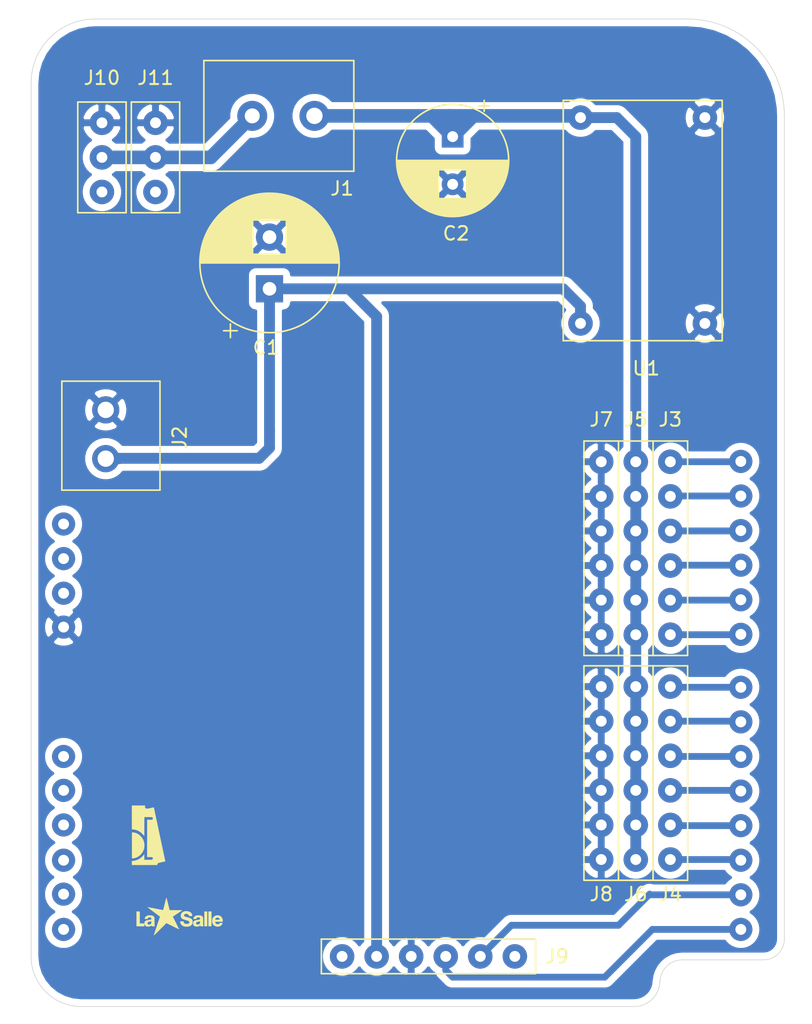
<source format=kicad_pcb>
(kicad_pcb (version 20171130) (host pcbnew "(5.1.5)-3")
  (layers (0 F.Cu signal) (31 B.Cu signal) (34 B.Paste user) (35 F.Paste user) (36 B.SilkS user) (37 F.SilkS user) (38 B.Mask user) (39 F.Mask user) (44 Edge.Cuts user))
  (net 0 "")
  (net 1 GND)
  (net 2 ALIM)
  (net 3 5V)
  (net 4 "Net-(J9-Pad6)")
  (net 5 "Net-(J9-Pad1)")
  (net 6 "Net-(F1-Pad24)")
  (net 7 "Net-(F1-Pad23)")
  (net 8 "Net-(F1-Pad22)")
  (net 9 "Net-(F1-Pad21)")
  (net 10 "Net-(F1-Pad20)")
  (net 11 "Net-(F1-Pad19)")
  (net 12 "Net-(F1-Pad18)")
  (net 13 "Net-(F1-Pad17)")
  (net 14 "Net-(F1-Pad16)")
  (net 15 "Net-(F1-Pad15)")
  (net 16 "Net-(F1-Pad14)")
  (net 17 "Net-(F1-Pad13)")
  (net 18 "Net-(F1-Pad12)")
  (net 19 "Net-(F1-Pad10)")
  (net 20 "Net-(F1-Pad9)")
  (net 21 "Net-(F1-Pad8)")
  (net 22 "Net-(F1-Pad6)")
  (net 23 "Net-(F1-Pad5)")
  (net 24 "Net-(F1-Pad4)")
  (net 25 "Net-(F1-Pad3)")
  (net 26 "Net-(F1-Pad2)")
  (net 27 "Net-(F1-Pad1)")
  (net 28 "Net-(F1-Pad11)")
  (net 29 "Net-(J1-Pad1)")
  (net 30 "Net-(J10-Pad3)")
  (net 31 "Net-(J11-Pad3)")
  (module Desktop:lsblogo (layer F.Cu) (at 106.172 97.663)
    (fp_text reference G*** hide)
    (fp_text value LOGO hide)
  )
  (module Desktop:LogoDB (layer F.Cu) (at 105.791 91.694)
    (fp_text reference G*** hide)
    (fp_text value LOGO hide)
  )
  (module FPGA:Shield (layer F.Cu) (at 96.52 33.02)
    (fp_text reference F1 hide)
    (fp_text value "Shield FPGA" hide)
    (pad 24 thru_hole circle (at 50.9016 31.2158) (size 1.7 1.7) (drill 0.8) (layers *.Cu *.Mask) (net 6 "Net-(F1-Pad24)"))
    (pad 23 thru_hole circle (at 50.9016 33.7558) (size 1.7 1.7) (drill 0.8) (layers *.Cu *.Mask) (net 7 "Net-(F1-Pad23)"))
    (pad 22 thru_hole circle (at 50.9016 36.2966) (size 1.7 1.7) (drill 0.8) (layers *.Cu *.Mask) (net 8 "Net-(F1-Pad22)"))
    (pad 21 thru_hole circle (at 50.9016 38.8366) (size 1.7 1.7) (drill 0.8) (layers *.Cu *.Mask) (net 9 "Net-(F1-Pad21)"))
    (pad 20 thru_hole circle (at 50.9016 41.3766) (size 1.7 1.7) (drill 0.8) (layers *.Cu *.Mask) (net 10 "Net-(F1-Pad20)"))
    (pad 19 thru_hole circle (at 50.9016 43.9158) (size 1.7 1.7) (drill 0.8) (layers *.Cu *.Mask) (net 11 "Net-(F1-Pad19)"))
    (pad 18 thru_hole circle (at 50.9016 47.8028) (size 1.7 1.7) (drill 0.8) (layers *.Cu *.Mask) (net 12 "Net-(F1-Pad18)"))
    (pad 17 thru_hole circle (at 50.9016 50.3428) (size 1.7 1.7) (drill 0.8) (layers *.Cu *.Mask) (net 13 "Net-(F1-Pad17)"))
    (pad 16 thru_hole circle (at 50.9016 52.8828) (size 1.7 1.7) (drill 0.8) (layers *.Cu *.Mask) (net 14 "Net-(F1-Pad16)"))
    (pad 15 thru_hole circle (at 50.9016 55.4228) (size 1.7 1.7) (drill 0.8) (layers *.Cu *.Mask) (net 15 "Net-(F1-Pad15)"))
    (pad 14 thru_hole circle (at 50.9016 57.9628) (size 1.7 1.7) (drill 0.8) (layers *.Cu *.Mask) (net 16 "Net-(F1-Pad14)"))
    (pad 13 thru_hole circle (at 50.9016 60.5028) (size 1.7 1.7) (drill 0.8) (layers *.Cu *.Mask) (net 17 "Net-(F1-Pad13)"))
    (pad 12 thru_hole circle (at 50.9016 63.0428) (size 1.7 1.7) (drill 0.8) (layers *.Cu *.Mask) (net 18 "Net-(F1-Pad12)"))
    (pad 11 thru_hole circle (at 50.9016 65.5828) (size 1.7 1.7) (drill 0.8) (layers *.Cu *.Mask) (net 28 "Net-(F1-Pad11)"))
    (pad 10 thru_hole circle (at 1.1176 35.814) (size 1.7 1.7) (drill 0.8) (layers *.Cu *.Mask) (net 19 "Net-(F1-Pad10)"))
    (pad 9 thru_hole circle (at 1.1176 38.354) (size 1.7 1.7) (drill 0.8) (layers *.Cu *.Mask) (net 20 "Net-(F1-Pad9)"))
    (pad 8 thru_hole circle (at 1.1176 40.894) (size 1.7 1.7) (drill 0.8) (layers *.Cu *.Mask) (net 21 "Net-(F1-Pad8)"))
    (pad 7 thru_hole circle (at 1.1176 43.3832) (size 1.7 1.7) (drill 0.8) (layers *.Cu *.Mask) (net 1 GND))
    (pad 6 thru_hole circle (at 1.1176 52.8828) (size 1.7 1.7) (drill 0.8) (layers *.Cu *.Mask) (net 22 "Net-(F1-Pad6)"))
    (pad 5 thru_hole circle (at 1.1176 55.372) (size 1.7 1.7) (drill 0.8) (layers *.Cu *.Mask) (net 23 "Net-(F1-Pad5)"))
    (pad 4 thru_hole circle (at 1.1176 57.912) (size 1.7 1.7) (drill 0.8) (layers *.Cu *.Mask) (net 24 "Net-(F1-Pad4)"))
    (pad 3 thru_hole circle (at 1.1176 60.5028) (size 1.7 1.7) (drill 0.8) (layers *.Cu *.Mask) (net 25 "Net-(F1-Pad3)"))
    (pad 2 thru_hole circle (at 1.1176 62.992) (size 1.7 1.7) (drill 0.8) (layers *.Cu *.Mask) (net 26 "Net-(F1-Pad2)"))
    (pad 1 thru_hole circle (at 1.1176 65.5828) (size 1.7 1.7) (drill 0.8) (layers *.Cu *.Mask) (net 27 "Net-(F1-Pad1)"))
  )
  (module FPGA:Header1x06 (layer F.Cu) (at 142.24 61.722)
    (fp_text reference J3 (at 0 -0.5588) (layer F.SilkS))
    (fp_text value ServoSignal)
    (pad 1 thru_hole oval (at 0 2.54) (size 1.8 1.8) (drill 0.8) (layers *.Cu *.Mask) (net 6 "Net-(F1-Pad24)"))
    (pad 2 thru_hole oval (at 0 5.08) (size 1.8 1.8) (drill 0.8) (layers *.Cu *.Mask) (net 7 "Net-(F1-Pad23)"))
    (pad 3 thru_hole oval (at 0 7.62) (size 1.8 1.8) (drill 0.8) (layers *.Cu *.Mask) (net 8 "Net-(F1-Pad22)"))
    (pad 4 thru_hole oval (at 0 10.16) (size 1.8 1.8) (drill 0.8) (layers *.Cu *.Mask) (net 9 "Net-(F1-Pad21)"))
    (pad 5 thru_hole oval (at 0 12.7) (size 1.8 1.8) (drill 0.8) (layers *.Cu *.Mask) (net 10 "Net-(F1-Pad20)"))
    (pad 6 thru_hole oval (at 0 15.24) (size 1.8 1.8) (drill 0.8) (layers *.Cu *.Mask) (net 11 "Net-(F1-Pad19)"))
  )
  (module Capacitor_THT:CP_Radial_D10.0mm_P3.80mm (layer F.Cu) (at 112.776 51.562 90)
    (fp_text reference C1 (at -4.318 -0.254 180) (layer F.SilkS))
    (fp_text value "1000uF 25V")
    (pad 2 thru_hole circle (at 3.8 0 90) (size 2 2) (drill 1) (layers *.Cu *.Mask) (net 1 GND))
    (pad 1 thru_hole rect (at 0 0 90) (size 2 2) (drill 1) (layers *.Cu *.Mask) (net 3 5V))
  )
  (module "FPGA:Bornero Interruptor" (layer F.Cu) (at 114.046 35.306)
    (fp_text reference J1 (at 4.064 8.89 180) (layer F.SilkS))
    (fp_text value BorneroInterruptor hide)
    (pad 2 thru_hole circle (at 2.032 3.556) (size 2.2 2.2) (drill 1.2) (layers *.Cu *.Mask) (net 2 ALIM))
    (pad 1 thru_hole circle (at -2.54 3.556) (size 2.2 2.2) (drill 1.1) (layers *.Cu *.Mask) (net 29 "Net-(J1-Pad1)"))
  )
  (module "FPGA:Bornero USB" (layer F.Cu) (at 95.25 62.23 90)
    (fp_text reference J2 (at -0.254 10.922 270) (layer F.SilkS))
    (fp_text value BorneroUSB hide)
    (pad 1 thru_hole circle (at -1.8034 5.4864 90) (size 2 2) (drill 1.2) (layers *.Cu *.Mask) (net 3 5V))
    (pad 2 thru_hole circle (at 1.778 5.4864 90) (size 2 2) (drill 1.2) (layers *.Cu *.Mask) (net 1 GND))
  )
  (module Capacitor_THT:CP_Radial_D8.0mm_P3.50mm (layer F.Cu) (at 126.238 40.386 270)
    (fp_text reference C2 (at 7.112 -0.254 180) (layer F.SilkS))
    (fp_text value "820uF 6.3V")
    (pad 2 thru_hole circle (at 3.5 0 270) (size 1.6 1.6) (drill 0.8) (layers *.Cu *.Mask) (net 1 GND))
    (pad 1 thru_hole rect (at 0 0 270) (size 1.6 1.6) (drill 0.8) (layers *.Cu *.Mask) (net 2 ALIM))
  )
  (module FPGA:Header1x03 (layer F.Cu) (at 100.457 36.83)
    (fp_text reference J10 (at 0 -0.762) (layer F.SilkS))
    (fp_text value BATT)
    (pad 1 thru_hole oval (at 0 2.54) (size 1.8 1.8) (drill 0.8) (layers *.Cu *.Mask) (net 1 GND))
    (pad 2 thru_hole oval (at 0 5.08) (size 1.8 1.8) (drill 0.8) (layers *.Cu *.Mask) (net 29 "Net-(J1-Pad1)"))
    (pad 3 thru_hole oval (at 0 7.62) (size 1.8 1.8) (drill 0.8) (layers *.Cu *.Mask) (net 30 "Net-(J10-Pad3)"))
  )
  (module FPGA:Header1x03 (layer F.Cu) (at 104.394 36.83)
    (fp_text reference J11 (at 0 -0.762) (layer F.SilkS))
    (fp_text value BATT)
    (pad 3 thru_hole oval (at 0 7.62) (size 1.8 1.8) (drill 0.8) (layers *.Cu *.Mask) (net 31 "Net-(J11-Pad3)"))
    (pad 2 thru_hole oval (at 0 5.08) (size 1.8 1.8) (drill 0.8) (layers *.Cu *.Mask) (net 29 "Net-(J1-Pad1)"))
    (pad 1 thru_hole oval (at 0 2.54) (size 1.8 1.8) (drill 0.8) (layers *.Cu *.Mask) (net 1 GND))
  )
  (module FPGA:BUCK (layer F.Cu) (at 140.462 37.592)
    (fp_text reference U1 (at 0 19.812) (layer F.SilkS))
    (fp_text value BUCK)
    (pad 4 thru_hole circle (at 4.318 16.51) (size 1.8 1.8) (drill 0.8) (layers *.Cu *.Mask) (net 1 GND))
    (pad 3 thru_hole circle (at -4.826 16.51) (size 1.8 1.8) (drill 0.8) (layers *.Cu *.Mask) (net 3 5V))
    (pad 1 thru_hole circle (at -4.826 1.397) (size 1.8 1.8) (drill 0.8) (layers *.Cu *.Mask) (net 2 ALIM))
    (pad 2 thru_hole circle (at 4.318 1.397) (size 1.8 1.8) (drill 0.8) (layers *.Cu *.Mask) (net 1 GND))
  )
  (module FPGA:Header1x06 (layer F.Cu) (at 142.24 78.232)
    (fp_text reference J4 (at 0 17.78) (layer F.SilkS))
    (fp_text value ServoSignal)
    (pad 6 thru_hole oval (at 0 15.24) (size 1.8 1.8) (drill 0.8) (layers *.Cu *.Mask) (net 17 "Net-(F1-Pad13)"))
    (pad 5 thru_hole oval (at 0 12.7) (size 1.8 1.8) (drill 0.8) (layers *.Cu *.Mask) (net 16 "Net-(F1-Pad14)"))
    (pad 4 thru_hole oval (at 0 10.16) (size 1.8 1.8) (drill 0.8) (layers *.Cu *.Mask) (net 15 "Net-(F1-Pad15)"))
    (pad 3 thru_hole oval (at 0 7.62) (size 1.8 1.8) (drill 0.8) (layers *.Cu *.Mask) (net 14 "Net-(F1-Pad16)"))
    (pad 2 thru_hole oval (at 0 5.08) (size 1.8 1.8) (drill 0.8) (layers *.Cu *.Mask) (net 13 "Net-(F1-Pad17)"))
    (pad 1 thru_hole oval (at 0 2.54) (size 1.8 1.8) (drill 0.8) (layers *.Cu *.Mask) (net 12 "Net-(F1-Pad18)"))
  )
  (module FPGA:Header1x06 (layer F.Cu) (at 139.7 61.722)
    (fp_text reference J5 (at 0 -0.5588) (layer F.SilkS))
    (fp_text value Servo+)
    (pad 6 thru_hole oval (at 0 15.24) (size 1.8 1.8) (drill 0.8) (layers *.Cu *.Mask) (net 2 ALIM))
    (pad 5 thru_hole oval (at 0 12.7) (size 1.8 1.8) (drill 0.8) (layers *.Cu *.Mask) (net 2 ALIM))
    (pad 4 thru_hole oval (at 0 10.16) (size 1.8 1.8) (drill 0.8) (layers *.Cu *.Mask) (net 2 ALIM))
    (pad 3 thru_hole oval (at 0 7.62) (size 1.8 1.8) (drill 0.8) (layers *.Cu *.Mask) (net 2 ALIM))
    (pad 2 thru_hole oval (at 0 5.08) (size 1.8 1.8) (drill 0.8) (layers *.Cu *.Mask) (net 2 ALIM))
    (pad 1 thru_hole oval (at 0 2.54) (size 1.8 1.8) (drill 0.8) (layers *.Cu *.Mask) (net 2 ALIM))
  )
  (module FPGA:Header1x06 (layer F.Cu) (at 139.7 78.232)
    (fp_text reference J6 (at 0 17.78) (layer F.SilkS))
    (fp_text value Servo+)
    (pad 1 thru_hole oval (at 0 2.54) (size 1.8 1.8) (drill 0.8) (layers *.Cu *.Mask) (net 2 ALIM))
    (pad 2 thru_hole oval (at 0 5.08) (size 1.8 1.8) (drill 0.8) (layers *.Cu *.Mask) (net 2 ALIM))
    (pad 3 thru_hole oval (at 0 7.62) (size 1.8 1.8) (drill 0.8) (layers *.Cu *.Mask) (net 2 ALIM))
    (pad 4 thru_hole oval (at 0 10.16) (size 1.8 1.8) (drill 0.8) (layers *.Cu *.Mask) (net 2 ALIM))
    (pad 5 thru_hole oval (at 0 12.7) (size 1.8 1.8) (drill 0.8) (layers *.Cu *.Mask) (net 2 ALIM))
    (pad 6 thru_hole oval (at 0 15.24) (size 1.8 1.8) (drill 0.8) (layers *.Cu *.Mask) (net 2 ALIM))
  )
  (module FPGA:Header1x06 (layer F.Cu) (at 137.16 61.722)
    (fp_text reference J7 (at 0 -0.5588) (layer F.SilkS))
    (fp_text value ServoGND)
    (pad 6 thru_hole oval (at 0 15.24) (size 1.8 1.8) (drill 0.8) (layers *.Cu *.Mask) (net 1 GND))
    (pad 5 thru_hole oval (at 0 12.7) (size 1.8 1.8) (drill 0.8) (layers *.Cu *.Mask) (net 1 GND))
    (pad 4 thru_hole oval (at 0 10.16) (size 1.8 1.8) (drill 0.8) (layers *.Cu *.Mask) (net 1 GND))
    (pad 3 thru_hole oval (at 0 7.62) (size 1.8 1.8) (drill 0.8) (layers *.Cu *.Mask) (net 1 GND))
    (pad 2 thru_hole oval (at 0 5.08) (size 1.8 1.8) (drill 0.8) (layers *.Cu *.Mask) (net 1 GND))
    (pad 1 thru_hole oval (at 0 2.54) (size 1.8 1.8) (drill 0.8) (layers *.Cu *.Mask) (net 1 GND))
  )
  (module FPGA:Header1x06 (layer F.Cu) (at 137.16 78.232)
    (fp_text reference J8 (at 0 17.78) (layer F.SilkS))
    (fp_text value ServoGND)
    (pad 1 thru_hole oval (at 0 2.54) (size 1.8 1.8) (drill 0.8) (layers *.Cu *.Mask) (net 1 GND))
    (pad 2 thru_hole oval (at 0 5.08) (size 1.8 1.8) (drill 0.8) (layers *.Cu *.Mask) (net 1 GND))
    (pad 3 thru_hole oval (at 0 7.62) (size 1.8 1.8) (drill 0.8) (layers *.Cu *.Mask) (net 1 GND))
    (pad 4 thru_hole oval (at 0 10.16) (size 1.8 1.8) (drill 0.8) (layers *.Cu *.Mask) (net 1 GND))
    (pad 5 thru_hole oval (at 0 12.7) (size 1.8 1.8) (drill 0.8) (layers *.Cu *.Mask) (net 1 GND))
    (pad 6 thru_hole oval (at 0 15.24) (size 1.8 1.8) (drill 0.8) (layers *.Cu *.Mask) (net 1 GND))
  )
  (module FPGA:Header1x06 (layer F.Cu) (at 133.35 100.584 270)
    (fp_text reference J9 (at 0 -0.5588 180) (layer F.SilkS))
    (fp_text value Bluetooth)
    (pad 1 thru_hole oval (at 0 2.54 270) (size 1.8 1.8) (drill 0.8) (layers *.Cu *.Mask) (net 5 "Net-(J9-Pad1)"))
    (pad 2 thru_hole oval (at 0 5.08 270) (size 1.8 1.8) (drill 0.8) (layers *.Cu *.Mask) (net 18 "Net-(F1-Pad12)"))
    (pad 3 thru_hole oval (at 0 7.62 270) (size 1.8 1.8) (drill 0.8) (layers *.Cu *.Mask) (net 28 "Net-(F1-Pad11)"))
    (pad 4 thru_hole oval (at 0 10.16 270) (size 1.8 1.8) (drill 0.8) (layers *.Cu *.Mask) (net 1 GND))
    (pad 5 thru_hole oval (at 0 12.7 270) (size 1.8 1.8) (drill 0.8) (layers *.Cu *.Mask) (net 3 5V))
    (pad 6 thru_hole oval (at 0 15.24 270) (size 1.8 1.8) (drill 0.8) (layers *.Cu *.Mask) (net 4 "Net-(J9-Pad6)"))
  )
  (gr_arc (start 99.949 36.449) (end 99.949 31.75) (angle -90) (layer Edge.Cuts) (width 0.05))
  (gr_arc (start 98.933 100.584) (end 95.25 100.584) (angle -90) (layer Edge.Cuts) (width 0.05))
  (gr_arc (start 149.098 99.314) (end 149.098 100.838) (angle -90) (layer Edge.Cuts) (width 0.05))
  (gr_arc (start 143.129 102.489) (end 143.129 100.838) (angle -90) (layer Edge.Cuts) (width 0.05))
  (gr_arc (start 139.573 102.362) (end 139.573 104.267) (angle -90) (layer Edge.Cuts) (width 0.05))
  (gr_line (start 143.129 100.838) (end 149.098 100.838) (layer Edge.Cuts) (width 0.05))
  (gr_arc (start 143.51 38.862) (end 150.622 38.862) (angle -90) (layer Edge.Cuts) (width 0.05))
  (gr_line (start 95.25 100.584) (end 95.25 36.449) (layer Edge.Cuts) (width 0.05))
  (gr_line (start 150.622 38.862) (end 150.622 99.314) (layer Edge.Cuts) (width 0.05))
  (gr_line (start 99.949 31.75) (end 143.51 31.75) (layer Edge.Cuts) (width 0.05))
  (gr_line (start 139.573 104.267) (end 98.933 104.267) (layer Edge.Cuts) (width 0.05))
  (segment (start 126.238 40.386) (end 126.238 40.132) (width 1) (layer B.Cu) (net 2))
  (segment (start 135.509 38.862) (end 135.636 38.989) (width 1) (layer B.Cu) (net 2))
  (segment (start 126.238 40.386) (end 127.762 38.862) (width 1) (layer B.Cu) (net 2))
  (segment (start 127.762 38.862) (end 135.509 38.862) (width 1) (layer B.Cu) (net 2))
  (segment (start 126.238 40.386) (end 126.238 39.116) (width 1) (layer B.Cu) (net 2))
  (segment (start 126.238 39.116) (end 125.984 38.862) (width 1) (layer B.Cu) (net 2))
  (segment (start 125.984 38.862) (end 127.762 38.862) (width 1) (layer B.Cu) (net 2))
  (segment (start 126.238 40.386) (end 124.714 38.862) (width 1) (layer B.Cu) (net 2))
  (segment (start 116.078 38.862) (end 124.714 38.862) (width 1) (layer B.Cu) (net 2))
  (segment (start 124.714 38.862) (end 125.984 38.862) (width 1) (layer B.Cu) (net 2))
  (segment (start 135.636 38.989) (end 138.303 38.989) (width 0.8) (layer B.Cu) (net 2))
  (segment (start 138.303 38.989) (end 139.7 40.386) (width 0.8) (layer B.Cu) (net 2))
  (segment (start 139.7 40.386) (end 139.7 93.472) (width 0.8) (layer B.Cu) (net 2))
  (segment (start 135.636 52.832) (end 135.636 54.102) (width 0.8) (layer B.Cu) (net 3))
  (segment (start 134.366 51.562) (end 135.636 52.832) (width 0.8) (layer B.Cu) (net 3))
  (segment (start 120.65 53.594) (end 118.618 51.562) (width 0.8) (layer B.Cu) (net 3))
  (segment (start 120.65 100.584) (end 120.65 53.594) (width 0.8) (layer B.Cu) (net 3))
  (segment (start 112.776 51.562) (end 118.618 51.562) (width 0.8) (layer B.Cu) (net 3))
  (segment (start 118.618 51.562) (end 134.366 51.562) (width 0.8) (layer B.Cu) (net 3))
  (segment (start 112.776 61.976) (end 112.776 51.562) (width 0.8) (layer B.Cu) (net 3))
  (segment (start 112.776 63.246) (end 112.776 61.976) (width 0.8) (layer B.Cu) (net 3))
  (segment (start 101.736399 64.008) (end 112.014 64.008) (width 0.8) (layer B.Cu) (net 3))
  (segment (start 112.014 64.008) (end 112.776 63.246) (width 0.8) (layer B.Cu) (net 3))
  (segment (start 101.710999 64.0334) (end 101.736399 64.008) (width 0.8) (layer B.Cu) (net 3))
  (segment (start 100.7364 64.0334) (end 101.710999 64.0334) (width 0.8) (layer B.Cu) (net 3))
  (segment (start 147.3954 64.262) (end 147.4216 64.2358) (width 0.5) (layer B.Cu) (net 6))
  (segment (start 142.24 64.262) (end 147.3954 64.262) (width 0.5) (layer B.Cu) (net 6))
  (segment (start 142.2662 66.7758) (end 142.24 66.802) (width 0.5) (layer B.Cu) (net 7))
  (segment (start 147.4216 66.7758) (end 142.2662 66.7758) (width 0.5) (layer B.Cu) (net 7))
  (segment (start 147.3962 69.342) (end 147.4216 69.3166) (width 0.5) (layer B.Cu) (net 8))
  (segment (start 142.24 69.342) (end 147.3962 69.342) (width 0.5) (layer B.Cu) (net 8))
  (segment (start 142.2654 71.8566) (end 142.24 71.882) (width 0.5) (layer B.Cu) (net 9))
  (segment (start 147.4216 71.8566) (end 142.2654 71.8566) (width 0.5) (layer B.Cu) (net 9))
  (segment (start 147.3962 74.422) (end 147.4216 74.3966) (width 0.5) (layer B.Cu) (net 10))
  (segment (start 142.24 74.422) (end 147.3962 74.422) (width 0.5) (layer B.Cu) (net 10))
  (segment (start 147.3954 76.962) (end 147.4216 76.9358) (width 0.5) (layer B.Cu) (net 11))
  (segment (start 142.24 76.962) (end 147.3954 76.962) (width 0.5) (layer B.Cu) (net 11))
  (segment (start 142.2908 80.8228) (end 142.24 80.772) (width 0.5) (layer B.Cu) (net 12))
  (segment (start 147.4216 80.8228) (end 142.2908 80.8228) (width 0.5) (layer B.Cu) (net 12))
  (segment (start 147.3708 83.312) (end 147.4216 83.3628) (width 0.5) (layer B.Cu) (net 13))
  (segment (start 142.24 83.312) (end 147.3708 83.312) (width 0.5) (layer B.Cu) (net 13))
  (segment (start 142.2908 85.9028) (end 142.24 85.852) (width 0.5) (layer B.Cu) (net 14))
  (segment (start 147.4216 85.9028) (end 142.2908 85.9028) (width 0.5) (layer B.Cu) (net 14))
  (segment (start 147.3708 88.392) (end 147.4216 88.4428) (width 0.5) (layer B.Cu) (net 15))
  (segment (start 142.24 88.392) (end 147.3708 88.392) (width 0.5) (layer B.Cu) (net 15))
  (segment (start 142.2908 90.9828) (end 142.24 90.932) (width 0.5) (layer B.Cu) (net 16))
  (segment (start 147.4216 90.9828) (end 142.2908 90.9828) (width 0.5) (layer B.Cu) (net 16))
  (segment (start 147.3708 93.472) (end 147.4216 93.5228) (width 0.5) (layer B.Cu) (net 17))
  (segment (start 142.24 93.472) (end 147.3708 93.472) (width 0.5) (layer B.Cu) (net 17))
  (segment (start 128.27 100.584) (end 130.556 98.298) (width 0.5) (layer B.Cu) (net 18))
  (segment (start 130.556 98.298) (end 138.43 98.298) (width 0.5) (layer B.Cu) (net 18))
  (segment (start 138.43 98.298) (end 140.716 96.012) (width 0.5) (layer B.Cu) (net 18))
  (segment (start 140.7668 96.0628) (end 147.4216 96.0628) (width 0.5) (layer B.Cu) (net 18))
  (segment (start 140.716 96.012) (end 140.7668 96.0628) (width 0.5) (layer B.Cu) (net 18))
  (segment (start 125.73 100.584) (end 125.73 101.6) (width 0.5) (layer B.Cu) (net 28))
  (segment (start 125.73 101.6) (end 126.238 102.108) (width 0.5) (layer B.Cu) (net 28))
  (segment (start 126.238 102.108) (end 137.414 102.108) (width 0.5) (layer B.Cu) (net 28))
  (segment (start 140.9192 98.6028) (end 147.4216 98.6028) (width 0.5) (layer B.Cu) (net 28))
  (segment (start 137.414 102.108) (end 140.9192 98.6028) (width 0.5) (layer B.Cu) (net 28))
  (segment (start 104.394 41.91) (end 108.458 41.91) (width 1) (layer B.Cu) (net 29))
  (segment (start 100.584 41.91) (end 104.394 41.91) (width 1) (layer B.Cu) (net 29))
  (segment (start 108.458 41.91) (end 111.506 38.862) (width 1) (layer B.Cu) (net 29))
  (zone (net 1) (net_name GND) (layer B.Cu) (connect_pads (clearance 0.508)) (min_thickness 0.254) (fill yes (arc_segments 32) (thermal_gap 0.508) (thermal_bridge_width 0.508))
    (polygon (pts (xy 152.654 105.537) (xy 92.964 105.537) (xy 93.091 30.48) (xy 93.091 30.353) (xy 152.146 30.353)))
  )
)
</source>
